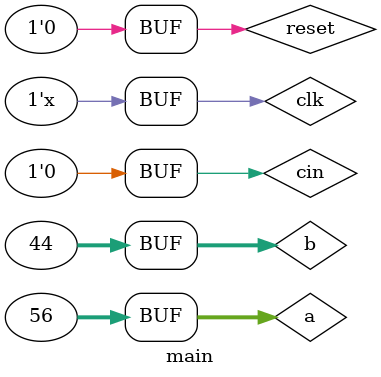
<source format=sv>
module main();
    reg [31:0] a, b, out;
    reg [31:0] mout1;
    reg [31:0] mout2;
    reg cin;
    reg clk;
    reg reset;
    wire finished;
    wire cout;
    full_adder_32 fa(a, b, cin, out, cout);
    multiplier_32 mul(a, b, clk, reset, mout1, mout2, finished);
    initial begin
        clk <= 0;
        a <= 32'd24;
        b <= 32'd44;
        cin <= 1'b0;
        reset <= 1;
        #10
        a <= 32'd56;
        #10
        reset <= 0;
    end

    always begin
        #5
        clk = ~clk;
    end
endmodule
</source>
